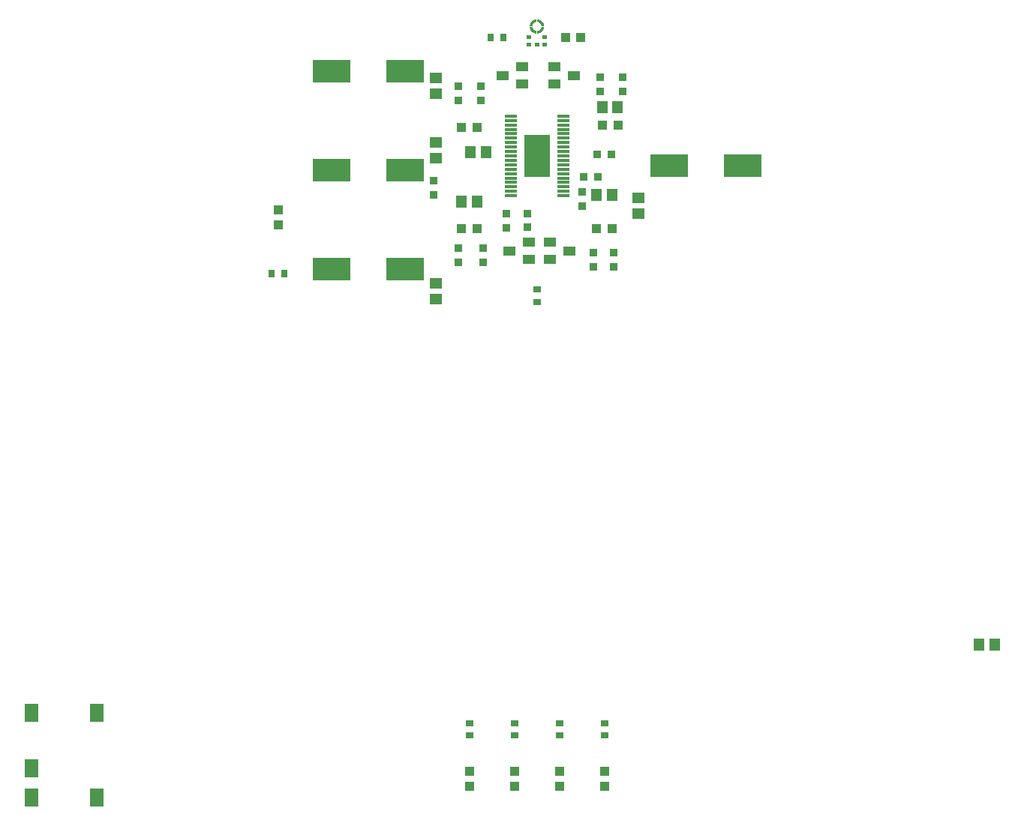
<source format=gtp>
G04*
G04 #@! TF.GenerationSoftware,Altium Limited,Altium Designer,20.2.4 (192)*
G04*
G04 Layer_Color=8421504*
%FSLAX25Y25*%
%MOIN*%
G70*
G04*
G04 #@! TF.SameCoordinates,B3AF9CCF-9D14-4356-84A3-7319CC5DFEB4*
G04*
G04*
G04 #@! TF.FilePolarity,Positive*
G04*
G01*
G75*
%ADD19R,0.03661X0.03425*%
%ADD20R,0.05512X0.01181*%
%ADD21R,0.03900X0.04300*%
%ADD22R,0.04567X0.05787*%
%ADD23R,0.05787X0.04567*%
%ADD24R,0.03425X0.03661*%
%ADD25R,0.03937X0.04331*%
%ADD26R,0.05512X0.03937*%
%ADD27R,0.04331X0.03937*%
%ADD28R,0.16929X0.09843*%
%ADD29R,0.03543X0.03150*%
%ADD30R,0.03150X0.03543*%
%ADD31R,0.06299X0.07874*%
G36*
X245349Y357984D02*
X245502Y357965D01*
X245654Y357938D01*
X245805Y357904D01*
X245954Y357862D01*
X246101Y357813D01*
X246245Y357757D01*
X246386Y357695D01*
X246524Y357625D01*
X246659Y357548D01*
X246789Y357466D01*
X246916Y357377D01*
X247037Y357281D01*
X247154Y357180D01*
X247267Y357074D01*
X247373Y356962D01*
X247474Y356844D01*
X247569Y356723D01*
X247659Y356596D01*
X247741Y356466D01*
X247818Y356331D01*
X247887Y356193D01*
X247950Y356052D01*
X248006Y355908D01*
X248055Y355761D01*
X248097Y355612D01*
X248131Y355461D01*
X248158Y355309D01*
X248177Y355155D01*
X248189Y355004D01*
X247008D01*
X246998Y355087D01*
X246984Y355180D01*
X246965Y355271D01*
X246942Y355361D01*
X246915Y355450D01*
X246883Y355538D01*
X246848Y355624D01*
X246808Y355709D01*
X246765Y355791D01*
X246718Y355872D01*
X246667Y355950D01*
X246613Y356026D01*
X246555Y356099D01*
X246494Y356169D01*
X246430Y356237D01*
X246362Y356301D01*
X246292Y356362D01*
X246219Y356420D01*
X246143Y356474D01*
X246065Y356525D01*
X245984Y356572D01*
X245902Y356615D01*
X245817Y356655D01*
X245731Y356690D01*
X245643Y356722D01*
X245554Y356749D01*
X245464Y356772D01*
X245372Y356791D01*
X245280Y356805D01*
X245197Y356815D01*
Y357996D01*
X245349Y357984D01*
D02*
G37*
G36*
X244803Y356815D02*
X244720Y356805D01*
X244628Y356791D01*
X244536Y356772D01*
X244446Y356749D01*
X244357Y356722D01*
X244269Y356690D01*
X244183Y356655D01*
X244098Y356615D01*
X244016Y356572D01*
X243935Y356525D01*
X243857Y356474D01*
X243781Y356420D01*
X243708Y356362D01*
X243638Y356301D01*
X243570Y356237D01*
X243506Y356169D01*
X243445Y356099D01*
X243387Y356026D01*
X243333Y355950D01*
X243282Y355872D01*
X243235Y355791D01*
X243192Y355709D01*
X243152Y355624D01*
X243117Y355538D01*
X243085Y355450D01*
X243058Y355361D01*
X243035Y355271D01*
X243016Y355180D01*
X243002Y355087D01*
X242992Y355004D01*
X241811D01*
X241823Y355155D01*
X241842Y355309D01*
X241869Y355461D01*
X241903Y355612D01*
X241945Y355761D01*
X241994Y355908D01*
X242050Y356052D01*
X242112Y356193D01*
X242182Y356331D01*
X242259Y356466D01*
X242341Y356596D01*
X242431Y356723D01*
X242526Y356844D01*
X242627Y356962D01*
X242734Y357074D01*
X242846Y357180D01*
X242963Y357281D01*
X243084Y357377D01*
X243211Y357466D01*
X243341Y357548D01*
X243476Y357625D01*
X243614Y357695D01*
X243755Y357757D01*
X243899Y357813D01*
X244046Y357862D01*
X244195Y357904D01*
X244346Y357938D01*
X244498Y357965D01*
X244652Y357984D01*
X244803Y357996D01*
Y356815D01*
D02*
G37*
G36*
X248177Y354459D02*
X248158Y354305D01*
X248131Y354153D01*
X248097Y354002D01*
X248055Y353853D01*
X248006Y353706D01*
X247950Y353562D01*
X247887Y353421D01*
X247818Y353283D01*
X247741Y353149D01*
X247659Y353018D01*
X247569Y352891D01*
X247474Y352770D01*
X247373Y352653D01*
X247267Y352541D01*
X247154Y352434D01*
X247037Y352333D01*
X246916Y352238D01*
X246789Y352149D01*
X246659Y352066D01*
X246524Y351989D01*
X246386Y351920D01*
X246245Y351857D01*
X246101Y351801D01*
X245954Y351752D01*
X245805Y351710D01*
X245654Y351676D01*
X245502Y351649D01*
X245349Y351630D01*
X245197Y351618D01*
Y352799D01*
X245280Y352809D01*
X245372Y352823D01*
X245464Y352842D01*
X245554Y352865D01*
X245643Y352892D01*
X245731Y352924D01*
X245817Y352959D01*
X245902Y352999D01*
X245984Y353042D01*
X246065Y353089D01*
X246143Y353140D01*
X246219Y353194D01*
X246292Y353252D01*
X246362Y353313D01*
X246430Y353378D01*
X246494Y353445D01*
X246555Y353515D01*
X246613Y353588D01*
X246667Y353664D01*
X246718Y353742D01*
X246765Y353823D01*
X246808Y353905D01*
X246848Y353990D01*
X246883Y354076D01*
X246915Y354164D01*
X246942Y354253D01*
X246965Y354343D01*
X246984Y354435D01*
X246998Y354527D01*
X247008Y354610D01*
X248189D01*
X248177Y354459D01*
D02*
G37*
G36*
X243002Y354527D02*
X243016Y354435D01*
X243035Y354343D01*
X243058Y354253D01*
X243085Y354164D01*
X243117Y354076D01*
X243152Y353990D01*
X243192Y353905D01*
X243235Y353823D01*
X243282Y353742D01*
X243333Y353664D01*
X243387Y353588D01*
X243445Y353515D01*
X243506Y353445D01*
X243570Y353378D01*
X243638Y353313D01*
X243708Y353252D01*
X243781Y353194D01*
X243857Y353140D01*
X243935Y353089D01*
X244016Y353042D01*
X244098Y352999D01*
X244183Y352959D01*
X244269Y352924D01*
X244357Y352892D01*
X244446Y352865D01*
X244536Y352842D01*
X244628Y352823D01*
X244720Y352809D01*
X244803Y352799D01*
Y351618D01*
X244652Y351630D01*
X244498Y351649D01*
X244346Y351676D01*
X244195Y351710D01*
X244046Y351752D01*
X243899Y351801D01*
X243755Y351857D01*
X243614Y351920D01*
X243476Y351989D01*
X243341Y352066D01*
X243211Y352149D01*
X243084Y352238D01*
X242963Y352333D01*
X242846Y352434D01*
X242734Y352541D01*
X242627Y352653D01*
X242526Y352770D01*
X242431Y352891D01*
X242341Y353018D01*
X242259Y353149D01*
X242182Y353283D01*
X242112Y353421D01*
X242050Y353562D01*
X241994Y353706D01*
X241945Y353853D01*
X241903Y354002D01*
X241869Y354153D01*
X241842Y354305D01*
X241823Y354459D01*
X241811Y354610D01*
X242992D01*
X243002Y354527D01*
D02*
G37*
G36*
X249528Y349047D02*
X247559D01*
Y350709D01*
X249528D01*
Y349047D01*
D02*
G37*
G36*
X242441D02*
X240472D01*
Y350709D01*
X242441D01*
Y349047D01*
D02*
G37*
G36*
X249528Y345811D02*
X247559D01*
Y347472D01*
X249528D01*
Y345811D01*
D02*
G37*
G36*
X245984D02*
X244016D01*
Y347472D01*
X245984D01*
Y345811D01*
D02*
G37*
G36*
X242441D02*
X240472D01*
Y347472D01*
X242441D01*
Y345811D01*
D02*
G37*
G36*
X250571Y306453D02*
X250603Y306444D01*
X250633Y306428D01*
X250658Y306406D01*
X250680Y306381D01*
X250696Y306351D01*
X250705Y306319D01*
X250709Y306285D01*
Y288124D01*
X250705Y288091D01*
X250696Y288058D01*
X250680Y288029D01*
X250658Y288003D01*
X250633Y287982D01*
X250603Y287966D01*
X250571Y287956D01*
X250537Y287953D01*
X239463D01*
X239429Y287956D01*
X239397Y287966D01*
X239368Y287982D01*
X239341Y288003D01*
X239320Y288029D01*
X239304Y288058D01*
X239295Y288091D01*
X239291Y288124D01*
Y306285D01*
X239295Y306319D01*
X239304Y306351D01*
X239320Y306381D01*
X239341Y306406D01*
X239368Y306428D01*
X239397Y306444D01*
X239429Y306453D01*
X239463Y306457D01*
X250537D01*
X250571Y306453D01*
D02*
G37*
D19*
X231400Y271371D02*
D03*
Y265229D02*
D03*
X240900Y271671D02*
D03*
Y265529D02*
D03*
X265000Y281071D02*
D03*
Y274929D02*
D03*
X273000Y332071D02*
D03*
Y325929D02*
D03*
X283000Y332071D02*
D03*
Y325929D02*
D03*
X279000Y247929D02*
D03*
Y254071D02*
D03*
X270000Y247929D02*
D03*
Y254071D02*
D03*
X221000Y249929D02*
D03*
Y256071D02*
D03*
X210000Y249929D02*
D03*
Y256071D02*
D03*
X199000Y286071D02*
D03*
Y279929D02*
D03*
X220000Y328071D02*
D03*
Y321929D02*
D03*
X210000Y328071D02*
D03*
Y321929D02*
D03*
D20*
X256614Y314921D02*
D03*
Y312953D02*
D03*
Y310984D02*
D03*
Y309016D02*
D03*
Y307047D02*
D03*
Y305079D02*
D03*
Y303110D02*
D03*
Y301142D02*
D03*
Y299173D02*
D03*
Y297205D02*
D03*
Y295236D02*
D03*
Y293268D02*
D03*
Y291299D02*
D03*
Y289331D02*
D03*
Y287362D02*
D03*
Y285394D02*
D03*
Y283425D02*
D03*
Y281457D02*
D03*
Y279488D02*
D03*
X233386D02*
D03*
Y281457D02*
D03*
Y283425D02*
D03*
Y285394D02*
D03*
Y287362D02*
D03*
Y289331D02*
D03*
Y291299D02*
D03*
Y293268D02*
D03*
Y295236D02*
D03*
Y297205D02*
D03*
Y299173D02*
D03*
Y301142D02*
D03*
Y303110D02*
D03*
Y305079D02*
D03*
Y307047D02*
D03*
Y309016D02*
D03*
Y310984D02*
D03*
Y312953D02*
D03*
Y314921D02*
D03*
D21*
X275000Y16750D02*
D03*
Y23450D02*
D03*
X255000Y16750D02*
D03*
Y23450D02*
D03*
X235000Y16750D02*
D03*
Y23450D02*
D03*
X215000Y16750D02*
D03*
Y23450D02*
D03*
X130000Y266550D02*
D03*
Y273250D02*
D03*
D22*
X448445Y80000D02*
D03*
X441555D02*
D03*
X278445Y280000D02*
D03*
X271555D02*
D03*
X274000Y319000D02*
D03*
X280890D02*
D03*
X211555Y277000D02*
D03*
X218445D02*
D03*
X215555Y299000D02*
D03*
X222445D02*
D03*
D23*
X290000Y271555D02*
D03*
Y278445D02*
D03*
X200000Y240445D02*
D03*
Y233555D02*
D03*
Y296355D02*
D03*
Y303245D02*
D03*
Y331890D02*
D03*
Y325000D02*
D03*
D24*
X265929Y288000D02*
D03*
X272071D02*
D03*
X271929Y298000D02*
D03*
X278071D02*
D03*
D25*
X278543Y265000D02*
D03*
X271457D02*
D03*
X274000Y311000D02*
D03*
X281087D02*
D03*
X218543Y265000D02*
D03*
X211457D02*
D03*
X218543Y310000D02*
D03*
X211457D02*
D03*
D26*
X229669Y333000D02*
D03*
X238331Y336740D02*
D03*
Y329260D02*
D03*
X261331Y333000D02*
D03*
X252669Y329260D02*
D03*
Y336740D02*
D03*
X232669Y255000D02*
D03*
X241331Y258740D02*
D03*
Y251260D02*
D03*
X259331Y255000D02*
D03*
X250669Y251260D02*
D03*
Y258740D02*
D03*
D27*
X257653Y350000D02*
D03*
X264347D02*
D03*
D28*
X303661Y293000D02*
D03*
X336339D02*
D03*
X153661Y335000D02*
D03*
X186339D02*
D03*
X153661Y247000D02*
D03*
X186339D02*
D03*
X153661Y291000D02*
D03*
X186339D02*
D03*
D29*
X245000Y237756D02*
D03*
Y232245D02*
D03*
X215000Y44999D02*
D03*
Y39488D02*
D03*
X235000Y44999D02*
D03*
Y39488D02*
D03*
X255000Y44999D02*
D03*
Y39488D02*
D03*
X275000Y44999D02*
D03*
Y39488D02*
D03*
D30*
X224488Y350000D02*
D03*
X230000D02*
D03*
X127245Y245000D02*
D03*
X132756D02*
D03*
D31*
X20433Y11890D02*
D03*
Y24882D02*
D03*
Y49685D02*
D03*
X49567Y11890D02*
D03*
Y49685D02*
D03*
M02*

</source>
